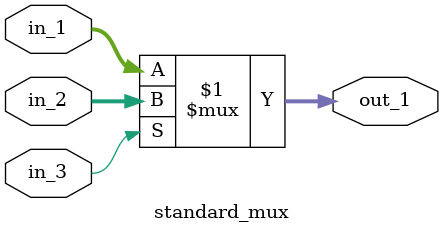
<source format=v>
`timescale 1ns / 1ps


module standard_mux(
    input [3:0] in_1,
    input [3:0] in_2,
    input in_3,
    output [3:0] out_1
    );
    
    assign out_1 = in_3 ? in_2 : in_1;
    
endmodule

</source>
